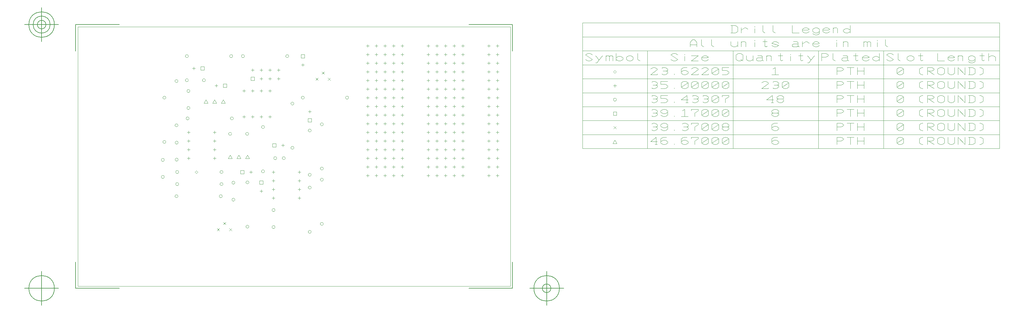
<source format=gbr>
G04 Generated by Ultiboard 12.0 *
%FSLAX25Y25*%
%MOIN*%

%ADD10C,0.00001*%
%ADD11C,0.00039*%
%ADD12C,0.00394*%
%ADD13C,0.00004*%
%ADD14C,0.00500*%


G04 ColorRGB 000000 for the following layer *
%LNDrill Symbols-Copper Top-Copper Bottom*%
%LPD*%
G54D10*
G54D11*
X335000Y126250D02*
X335000Y129750D01*
X333250Y128000D02*
X336750Y128000D01*
X345000Y126250D02*
X345000Y129750D01*
X343250Y128000D02*
X346750Y128000D01*
X355000Y126250D02*
X355000Y129750D01*
X353250Y128000D02*
X356750Y128000D01*
X365000Y126250D02*
X365000Y129750D01*
X363250Y128000D02*
X366750Y128000D01*
X375000Y126250D02*
X375000Y129750D01*
X373250Y128000D02*
X376750Y128000D01*
X405000Y126250D02*
X405000Y129750D01*
X403250Y128000D02*
X406750Y128000D01*
X415000Y126250D02*
X415000Y129750D01*
X413250Y128000D02*
X416750Y128000D01*
X425000Y126250D02*
X425000Y129750D01*
X423250Y128000D02*
X426750Y128000D01*
X435000Y126250D02*
X435000Y129750D01*
X433250Y128000D02*
X436750Y128000D01*
X445000Y126250D02*
X445000Y129750D01*
X443250Y128000D02*
X446750Y128000D01*
X475000Y126250D02*
X475000Y129750D01*
X473250Y128000D02*
X476750Y128000D01*
X485000Y126250D02*
X485000Y129750D01*
X483250Y128000D02*
X486750Y128000D01*
X335000Y136250D02*
X335000Y139750D01*
X333250Y138000D02*
X336750Y138000D01*
X345000Y136250D02*
X345000Y139750D01*
X343250Y138000D02*
X346750Y138000D01*
X355000Y136250D02*
X355000Y139750D01*
X353250Y138000D02*
X356750Y138000D01*
X365000Y136250D02*
X365000Y139750D01*
X363250Y138000D02*
X366750Y138000D01*
X375000Y136250D02*
X375000Y139750D01*
X373250Y138000D02*
X376750Y138000D01*
X405000Y136250D02*
X405000Y139750D01*
X403250Y138000D02*
X406750Y138000D01*
X415000Y136250D02*
X415000Y139750D01*
X413250Y138000D02*
X416750Y138000D01*
X425000Y136250D02*
X425000Y139750D01*
X423250Y138000D02*
X426750Y138000D01*
X435000Y136250D02*
X435000Y139750D01*
X433250Y138000D02*
X436750Y138000D01*
X445000Y136250D02*
X445000Y139750D01*
X443250Y138000D02*
X446750Y138000D01*
X475000Y136250D02*
X475000Y139750D01*
X473250Y138000D02*
X476750Y138000D01*
X485000Y136250D02*
X485000Y139750D01*
X483250Y138000D02*
X486750Y138000D01*
X335000Y146250D02*
X335000Y149750D01*
X333250Y148000D02*
X336750Y148000D01*
X345000Y146250D02*
X345000Y149750D01*
X343250Y148000D02*
X346750Y148000D01*
X355000Y146250D02*
X355000Y149750D01*
X353250Y148000D02*
X356750Y148000D01*
X365000Y146250D02*
X365000Y149750D01*
X363250Y148000D02*
X366750Y148000D01*
X375000Y146250D02*
X375000Y149750D01*
X373250Y148000D02*
X376750Y148000D01*
X405000Y146250D02*
X405000Y149750D01*
X403250Y148000D02*
X406750Y148000D01*
X415000Y146250D02*
X415000Y149750D01*
X413250Y148000D02*
X416750Y148000D01*
X425000Y146250D02*
X425000Y149750D01*
X423250Y148000D02*
X426750Y148000D01*
X435000Y146250D02*
X435000Y149750D01*
X433250Y148000D02*
X436750Y148000D01*
X445000Y146250D02*
X445000Y149750D01*
X443250Y148000D02*
X446750Y148000D01*
X475000Y146250D02*
X475000Y149750D01*
X473250Y148000D02*
X476750Y148000D01*
X485000Y146250D02*
X485000Y149750D01*
X483250Y148000D02*
X486750Y148000D01*
X335000Y156250D02*
X335000Y159750D01*
X333250Y158000D02*
X336750Y158000D01*
X345000Y156250D02*
X345000Y159750D01*
X343250Y158000D02*
X346750Y158000D01*
X355000Y156250D02*
X355000Y159750D01*
X353250Y158000D02*
X356750Y158000D01*
X365000Y156250D02*
X365000Y159750D01*
X363250Y158000D02*
X366750Y158000D01*
X375000Y156250D02*
X375000Y159750D01*
X373250Y158000D02*
X376750Y158000D01*
X405000Y156250D02*
X405000Y159750D01*
X403250Y158000D02*
X406750Y158000D01*
X415000Y156250D02*
X415000Y159750D01*
X413250Y158000D02*
X416750Y158000D01*
X425000Y156250D02*
X425000Y159750D01*
X423250Y158000D02*
X426750Y158000D01*
X435000Y156250D02*
X435000Y159750D01*
X433250Y158000D02*
X436750Y158000D01*
X445000Y156250D02*
X445000Y159750D01*
X443250Y158000D02*
X446750Y158000D01*
X475000Y156250D02*
X475000Y159750D01*
X473250Y158000D02*
X476750Y158000D01*
X485000Y156250D02*
X485000Y159750D01*
X483250Y158000D02*
X486750Y158000D01*
X335000Y166250D02*
X335000Y169750D01*
X333250Y168000D02*
X336750Y168000D01*
X345000Y166250D02*
X345000Y169750D01*
X343250Y168000D02*
X346750Y168000D01*
X355000Y166250D02*
X355000Y169750D01*
X353250Y168000D02*
X356750Y168000D01*
X365000Y166250D02*
X365000Y169750D01*
X363250Y168000D02*
X366750Y168000D01*
X375000Y166250D02*
X375000Y169750D01*
X373250Y168000D02*
X376750Y168000D01*
X405000Y166250D02*
X405000Y169750D01*
X403250Y168000D02*
X406750Y168000D01*
X415000Y166250D02*
X415000Y169750D01*
X413250Y168000D02*
X416750Y168000D01*
X425000Y166250D02*
X425000Y169750D01*
X423250Y168000D02*
X426750Y168000D01*
X435000Y166250D02*
X435000Y169750D01*
X433250Y168000D02*
X436750Y168000D01*
X445000Y166250D02*
X445000Y169750D01*
X443250Y168000D02*
X446750Y168000D01*
X475000Y166250D02*
X475000Y169750D01*
X473250Y168000D02*
X476750Y168000D01*
X485000Y166250D02*
X485000Y169750D01*
X483250Y168000D02*
X486750Y168000D01*
X335000Y176250D02*
X335000Y179750D01*
X333250Y178000D02*
X336750Y178000D01*
X345000Y176250D02*
X345000Y179750D01*
X343250Y178000D02*
X346750Y178000D01*
X355000Y176250D02*
X355000Y179750D01*
X353250Y178000D02*
X356750Y178000D01*
X365000Y176250D02*
X365000Y179750D01*
X363250Y178000D02*
X366750Y178000D01*
X375000Y176250D02*
X375000Y179750D01*
X373250Y178000D02*
X376750Y178000D01*
X405000Y176250D02*
X405000Y179750D01*
X403250Y178000D02*
X406750Y178000D01*
X415000Y176250D02*
X415000Y179750D01*
X413250Y178000D02*
X416750Y178000D01*
X425000Y176250D02*
X425000Y179750D01*
X423250Y178000D02*
X426750Y178000D01*
X435000Y176250D02*
X435000Y179750D01*
X433250Y178000D02*
X436750Y178000D01*
X445000Y176250D02*
X445000Y179750D01*
X443250Y178000D02*
X446750Y178000D01*
X475000Y176250D02*
X475000Y179750D01*
X473250Y178000D02*
X476750Y178000D01*
X485000Y176250D02*
X485000Y179750D01*
X483250Y178000D02*
X486750Y178000D01*
X335000Y186250D02*
X335000Y189750D01*
X333250Y188000D02*
X336750Y188000D01*
X345000Y186250D02*
X345000Y189750D01*
X343250Y188000D02*
X346750Y188000D01*
X355000Y186250D02*
X355000Y189750D01*
X353250Y188000D02*
X356750Y188000D01*
X365000Y186250D02*
X365000Y189750D01*
X363250Y188000D02*
X366750Y188000D01*
X375000Y186250D02*
X375000Y189750D01*
X373250Y188000D02*
X376750Y188000D01*
X405000Y186250D02*
X405000Y189750D01*
X403250Y188000D02*
X406750Y188000D01*
X415000Y186250D02*
X415000Y189750D01*
X413250Y188000D02*
X416750Y188000D01*
X425000Y186250D02*
X425000Y189750D01*
X423250Y188000D02*
X426750Y188000D01*
X435000Y186250D02*
X435000Y189750D01*
X433250Y188000D02*
X436750Y188000D01*
X445000Y186250D02*
X445000Y189750D01*
X443250Y188000D02*
X446750Y188000D01*
X475000Y186250D02*
X475000Y189750D01*
X473250Y188000D02*
X476750Y188000D01*
X485000Y186250D02*
X485000Y189750D01*
X483250Y188000D02*
X486750Y188000D01*
X335000Y196250D02*
X335000Y199750D01*
X333250Y198000D02*
X336750Y198000D01*
X345000Y196250D02*
X345000Y199750D01*
X343250Y198000D02*
X346750Y198000D01*
X355000Y196250D02*
X355000Y199750D01*
X353250Y198000D02*
X356750Y198000D01*
X365000Y196250D02*
X365000Y199750D01*
X363250Y198000D02*
X366750Y198000D01*
X375000Y196250D02*
X375000Y199750D01*
X373250Y198000D02*
X376750Y198000D01*
X405000Y196250D02*
X405000Y199750D01*
X403250Y198000D02*
X406750Y198000D01*
X415000Y196250D02*
X415000Y199750D01*
X413250Y198000D02*
X416750Y198000D01*
X425000Y196250D02*
X425000Y199750D01*
X423250Y198000D02*
X426750Y198000D01*
X435000Y196250D02*
X435000Y199750D01*
X433250Y198000D02*
X436750Y198000D01*
X445000Y196250D02*
X445000Y199750D01*
X443250Y198000D02*
X446750Y198000D01*
X475000Y196250D02*
X475000Y199750D01*
X473250Y198000D02*
X476750Y198000D01*
X485000Y196250D02*
X485000Y199750D01*
X483250Y198000D02*
X486750Y198000D01*
X335000Y206250D02*
X335000Y209750D01*
X333250Y208000D02*
X336750Y208000D01*
X345000Y206250D02*
X345000Y209750D01*
X343250Y208000D02*
X346750Y208000D01*
X355000Y206250D02*
X355000Y209750D01*
X353250Y208000D02*
X356750Y208000D01*
X365000Y206250D02*
X365000Y209750D01*
X363250Y208000D02*
X366750Y208000D01*
X375000Y206250D02*
X375000Y209750D01*
X373250Y208000D02*
X376750Y208000D01*
X405000Y206250D02*
X405000Y209750D01*
X403250Y208000D02*
X406750Y208000D01*
X415000Y206250D02*
X415000Y209750D01*
X413250Y208000D02*
X416750Y208000D01*
X425000Y206250D02*
X425000Y209750D01*
X423250Y208000D02*
X426750Y208000D01*
X435000Y206250D02*
X435000Y209750D01*
X433250Y208000D02*
X436750Y208000D01*
X445000Y206250D02*
X445000Y209750D01*
X443250Y208000D02*
X446750Y208000D01*
X475000Y206250D02*
X475000Y209750D01*
X473250Y208000D02*
X476750Y208000D01*
X485000Y206250D02*
X485000Y209750D01*
X483250Y208000D02*
X486750Y208000D01*
X335000Y216250D02*
X335000Y219750D01*
X333250Y218000D02*
X336750Y218000D01*
X345000Y216250D02*
X345000Y219750D01*
X343250Y218000D02*
X346750Y218000D01*
X355000Y216250D02*
X355000Y219750D01*
X353250Y218000D02*
X356750Y218000D01*
X365000Y216250D02*
X365000Y219750D01*
X363250Y218000D02*
X366750Y218000D01*
X375000Y216250D02*
X375000Y219750D01*
X373250Y218000D02*
X376750Y218000D01*
X405000Y216250D02*
X405000Y219750D01*
X403250Y218000D02*
X406750Y218000D01*
X415000Y216250D02*
X415000Y219750D01*
X413250Y218000D02*
X416750Y218000D01*
X425000Y216250D02*
X425000Y219750D01*
X423250Y218000D02*
X426750Y218000D01*
X435000Y216250D02*
X435000Y219750D01*
X433250Y218000D02*
X436750Y218000D01*
X445000Y216250D02*
X445000Y219750D01*
X443250Y218000D02*
X446750Y218000D01*
X475000Y216250D02*
X475000Y219750D01*
X473250Y218000D02*
X476750Y218000D01*
X485000Y216250D02*
X485000Y219750D01*
X483250Y218000D02*
X486750Y218000D01*
X335000Y226250D02*
X335000Y229750D01*
X333250Y228000D02*
X336750Y228000D01*
X345000Y226250D02*
X345000Y229750D01*
X343250Y228000D02*
X346750Y228000D01*
X355000Y226250D02*
X355000Y229750D01*
X353250Y228000D02*
X356750Y228000D01*
X365000Y226250D02*
X365000Y229750D01*
X363250Y228000D02*
X366750Y228000D01*
X375000Y226250D02*
X375000Y229750D01*
X373250Y228000D02*
X376750Y228000D01*
X405000Y226250D02*
X405000Y229750D01*
X403250Y228000D02*
X406750Y228000D01*
X415000Y226250D02*
X415000Y229750D01*
X413250Y228000D02*
X416750Y228000D01*
X425000Y226250D02*
X425000Y229750D01*
X423250Y228000D02*
X426750Y228000D01*
X435000Y226250D02*
X435000Y229750D01*
X433250Y228000D02*
X436750Y228000D01*
X445000Y226250D02*
X445000Y229750D01*
X443250Y228000D02*
X446750Y228000D01*
X475000Y226250D02*
X475000Y229750D01*
X473250Y228000D02*
X476750Y228000D01*
X485000Y226250D02*
X485000Y229750D01*
X483250Y228000D02*
X486750Y228000D01*
X335000Y236250D02*
X335000Y239750D01*
X333250Y238000D02*
X336750Y238000D01*
X345000Y236250D02*
X345000Y239750D01*
X343250Y238000D02*
X346750Y238000D01*
X355000Y236250D02*
X355000Y239750D01*
X353250Y238000D02*
X356750Y238000D01*
X365000Y236250D02*
X365000Y239750D01*
X363250Y238000D02*
X366750Y238000D01*
X375000Y236250D02*
X375000Y239750D01*
X373250Y238000D02*
X376750Y238000D01*
X405000Y236250D02*
X405000Y239750D01*
X403250Y238000D02*
X406750Y238000D01*
X415000Y236250D02*
X415000Y239750D01*
X413250Y238000D02*
X416750Y238000D01*
X425000Y236250D02*
X425000Y239750D01*
X423250Y238000D02*
X426750Y238000D01*
X435000Y236250D02*
X435000Y239750D01*
X433250Y238000D02*
X436750Y238000D01*
X445000Y236250D02*
X445000Y239750D01*
X443250Y238000D02*
X446750Y238000D01*
X475000Y236250D02*
X475000Y239750D01*
X473250Y238000D02*
X476750Y238000D01*
X485000Y236250D02*
X485000Y239750D01*
X483250Y238000D02*
X486750Y238000D01*
X335000Y246250D02*
X335000Y249750D01*
X333250Y248000D02*
X336750Y248000D01*
X345000Y246250D02*
X345000Y249750D01*
X343250Y248000D02*
X346750Y248000D01*
X355000Y246250D02*
X355000Y249750D01*
X353250Y248000D02*
X356750Y248000D01*
X365000Y246250D02*
X365000Y249750D01*
X363250Y248000D02*
X366750Y248000D01*
X375000Y246250D02*
X375000Y249750D01*
X373250Y248000D02*
X376750Y248000D01*
X405000Y246250D02*
X405000Y249750D01*
X403250Y248000D02*
X406750Y248000D01*
X415000Y246250D02*
X415000Y249750D01*
X413250Y248000D02*
X416750Y248000D01*
X425000Y246250D02*
X425000Y249750D01*
X423250Y248000D02*
X426750Y248000D01*
X435000Y246250D02*
X435000Y249750D01*
X433250Y248000D02*
X436750Y248000D01*
X445000Y246250D02*
X445000Y249750D01*
X443250Y248000D02*
X446750Y248000D01*
X475000Y246250D02*
X475000Y249750D01*
X473250Y248000D02*
X476750Y248000D01*
X485000Y246250D02*
X485000Y249750D01*
X483250Y248000D02*
X486750Y248000D01*
X335000Y256250D02*
X335000Y259750D01*
X333250Y258000D02*
X336750Y258000D01*
X345000Y256250D02*
X345000Y259750D01*
X343250Y258000D02*
X346750Y258000D01*
X355000Y256250D02*
X355000Y259750D01*
X353250Y258000D02*
X356750Y258000D01*
X365000Y256250D02*
X365000Y259750D01*
X363250Y258000D02*
X366750Y258000D01*
X375000Y256250D02*
X375000Y259750D01*
X373250Y258000D02*
X376750Y258000D01*
X405000Y256250D02*
X405000Y259750D01*
X403250Y258000D02*
X406750Y258000D01*
X415000Y256250D02*
X415000Y259750D01*
X413250Y258000D02*
X416750Y258000D01*
X425000Y256250D02*
X425000Y259750D01*
X423250Y258000D02*
X426750Y258000D01*
X435000Y256250D02*
X435000Y259750D01*
X433250Y258000D02*
X436750Y258000D01*
X445000Y256250D02*
X445000Y259750D01*
X443250Y258000D02*
X446750Y258000D01*
X475000Y256250D02*
X475000Y259750D01*
X473250Y258000D02*
X476750Y258000D01*
X485000Y256250D02*
X485000Y259750D01*
X483250Y258000D02*
X486750Y258000D01*
X335000Y266250D02*
X335000Y269750D01*
X333250Y268000D02*
X336750Y268000D01*
X345000Y266250D02*
X345000Y269750D01*
X343250Y268000D02*
X346750Y268000D01*
X355000Y266250D02*
X355000Y269750D01*
X353250Y268000D02*
X356750Y268000D01*
X365000Y266250D02*
X365000Y269750D01*
X363250Y268000D02*
X366750Y268000D01*
X375000Y266250D02*
X375000Y269750D01*
X373250Y268000D02*
X376750Y268000D01*
X405000Y266250D02*
X405000Y269750D01*
X403250Y268000D02*
X406750Y268000D01*
X415000Y266250D02*
X415000Y269750D01*
X413250Y268000D02*
X416750Y268000D01*
X425000Y266250D02*
X425000Y269750D01*
X423250Y268000D02*
X426750Y268000D01*
X435000Y266250D02*
X435000Y269750D01*
X433250Y268000D02*
X436750Y268000D01*
X445000Y266250D02*
X445000Y269750D01*
X443250Y268000D02*
X446750Y268000D01*
X475000Y266250D02*
X475000Y269750D01*
X473250Y268000D02*
X476750Y268000D01*
X485000Y266250D02*
X485000Y269750D01*
X483250Y268000D02*
X486750Y268000D01*
X335000Y276250D02*
X335000Y279750D01*
X333250Y278000D02*
X336750Y278000D01*
X345000Y276250D02*
X345000Y279750D01*
X343250Y278000D02*
X346750Y278000D01*
X355000Y276250D02*
X355000Y279750D01*
X353250Y278000D02*
X356750Y278000D01*
X365000Y276250D02*
X365000Y279750D01*
X363250Y278000D02*
X366750Y278000D01*
X375000Y276250D02*
X375000Y279750D01*
X373250Y278000D02*
X376750Y278000D01*
X405000Y276250D02*
X405000Y279750D01*
X403250Y278000D02*
X406750Y278000D01*
X415000Y276250D02*
X415000Y279750D01*
X413250Y278000D02*
X416750Y278000D01*
X425000Y276250D02*
X425000Y279750D01*
X423250Y278000D02*
X426750Y278000D01*
X435000Y276250D02*
X435000Y279750D01*
X433250Y278000D02*
X436750Y278000D01*
X445000Y276250D02*
X445000Y279750D01*
X443250Y278000D02*
X446750Y278000D01*
X475000Y276250D02*
X475000Y279750D01*
X473250Y278000D02*
X476750Y278000D01*
X485000Y276250D02*
X485000Y279750D01*
X483250Y278000D02*
X486750Y278000D01*
X266228Y62819D02*
G75*
D01*
G02X266228Y62819I1772J0*
G01*
X266228Y114000D02*
G75*
D01*
G02X266228Y114000I1772J0*
G01*
X194228Y68819D02*
G75*
D01*
G02X194228Y68819I1772J0*
G01*
X194228Y120000D02*
G75*
D01*
G02X194228Y120000I1772J0*
G01*
X224425Y68315D02*
G75*
D01*
G02X224425Y68315I1772J0*
G01*
X224425Y88000D02*
G75*
D01*
G02X224425Y88000I1772J0*
G01*
X280228Y123181D02*
G75*
D01*
G02X280228Y123181I1772J0*
G01*
X280228Y72000D02*
G75*
D01*
G02X280228Y72000I1772J0*
G01*
X224250Y102000D02*
X227750Y102000D01*
X226000Y100250D02*
X226000Y103750D01*
X224250Y132000D02*
X227750Y132000D01*
X226000Y130250D02*
X226000Y133750D01*
X224250Y112000D02*
X227750Y112000D01*
X226000Y110250D02*
X226000Y113750D01*
X224250Y122000D02*
X227750Y122000D01*
X226000Y120250D02*
X226000Y123750D01*
X254250Y112000D02*
X257750Y112000D01*
X256000Y110250D02*
X256000Y113750D01*
X254250Y132000D02*
X257750Y132000D01*
X256000Y130250D02*
X256000Y133750D01*
X254250Y122000D02*
X257750Y122000D01*
X256000Y120250D02*
X256000Y123750D01*
X254250Y102000D02*
X257750Y102000D01*
X256000Y100250D02*
X256000Y103750D01*
X178032Y119685D02*
G75*
D01*
G02X178032Y119685I1771J0*
G01*
X178032Y100000D02*
G75*
D01*
G02X178032Y100000I1771J0*
G01*
X163409Y104000D02*
G75*
D01*
G02X163409Y104000I1772J0*
G01*
X112228Y104000D02*
G75*
D01*
G02X112228Y104000I1772J0*
G01*
X210042Y118042D02*
X213958Y118042D01*
X213958Y121959D01*
X210042Y121959D01*
X210042Y118042D01*
X212000Y108250D02*
X212000Y111750D01*
X210250Y110000D02*
X213750Y110000D01*
X113047Y118000D02*
G75*
D01*
G02X113047Y118000I1772J0*
G01*
X164228Y118000D02*
G75*
D01*
G02X164228Y118000I1772J0*
G01*
X96425Y126315D02*
G75*
D01*
G02X96425Y126315I1772J0*
G01*
X96425Y146000D02*
G75*
D01*
G02X96425Y146000I1772J0*
G01*
X188041Y130042D02*
X191958Y130042D01*
X191958Y133959D01*
X188041Y133959D01*
X188041Y130042D01*
X200000Y130250D02*
X200000Y133750D01*
X198250Y132000D02*
X201750Y132000D01*
X113047Y132000D02*
G75*
D01*
G02X113047Y132000I1772J0*
G01*
X164228Y132000D02*
G75*
D01*
G02X164228Y132000I1772J0*
G01*
X137000Y130330D02*
X138670Y132000D01*
X137000Y133670D01*
X135330Y132000D01*
X137000Y130330D01*
X212228Y132819D02*
G75*
D01*
G02X212228Y132819I1772J0*
G01*
X212228Y184000D02*
G75*
D01*
G02X212228Y184000I1772J0*
G01*
X266228Y128819D02*
G75*
D01*
G02X266228Y128819I1772J0*
G01*
X266228Y180000D02*
G75*
D01*
G02X266228Y180000I1772J0*
G01*
X280228Y187181D02*
G75*
D01*
G02X280228Y187181I1772J0*
G01*
X280228Y136000D02*
G75*
D01*
G02X280228Y136000I1772J0*
G01*
X112425Y146315D02*
G75*
D01*
G02X112425Y146315I1772J0*
G01*
X112425Y166000D02*
G75*
D01*
G02X112425Y166000I1772J0*
G01*
X126250Y148000D02*
X129750Y148000D01*
X128000Y146250D02*
X128000Y149750D01*
X126250Y178000D02*
X129750Y178000D01*
X128000Y176250D02*
X128000Y179750D01*
X126250Y158000D02*
X129750Y158000D01*
X128000Y156250D02*
X128000Y159750D01*
X126250Y168000D02*
X129750Y168000D01*
X128000Y166250D02*
X128000Y169750D01*
X156250Y158000D02*
X159750Y158000D01*
X158000Y156250D02*
X158000Y159750D01*
X156250Y178000D02*
X159750Y178000D01*
X158000Y176250D02*
X158000Y179750D01*
X156250Y168000D02*
X159750Y168000D01*
X158000Y166250D02*
X158000Y169750D01*
X156250Y148000D02*
X159750Y148000D01*
X158000Y146250D02*
X158000Y149750D01*
X226386Y148000D02*
G75*
D01*
G02X226386Y148000I1771J0*
G01*
X236228Y148000D02*
G75*
D01*
G02X236228Y148000I1772J0*
G01*
X225041Y161042D02*
X228958Y161042D01*
X228958Y164959D01*
X225041Y164959D01*
X225041Y161042D01*
X237000Y161250D02*
X237000Y164750D01*
X235250Y163000D02*
X238750Y163000D01*
X246228Y211181D02*
G75*
D01*
G02X246228Y211181I1772J0*
G01*
X246228Y160000D02*
G75*
D01*
G02X246228Y160000I1772J0*
G01*
X98228Y166819D02*
G75*
D01*
G02X98228Y166819I1772J0*
G01*
X98228Y218000D02*
G75*
D01*
G02X98228Y218000I1772J0*
G01*
X193913Y176197D02*
G75*
D01*
G02X193913Y176197I1772J0*
G01*
X174228Y176197D02*
G75*
D01*
G02X174228Y176197I1772J0*
G01*
X112228Y237181D02*
G75*
D01*
G02X112228Y237181I1772J0*
G01*
X112228Y186000D02*
G75*
D01*
G02X112228Y186000I1772J0*
G01*
X125047Y194000D02*
G75*
D01*
G02X125047Y194000I1772J0*
G01*
X176228Y194000D02*
G75*
D01*
G02X176228Y194000I1772J0*
G01*
X192000Y224250D02*
X192000Y227750D01*
X190250Y226000D02*
X193750Y226000D01*
X222000Y224250D02*
X222000Y227750D01*
X220250Y226000D02*
X223750Y226000D01*
X202000Y224250D02*
X202000Y227750D01*
X200250Y226000D02*
X203750Y226000D01*
X212000Y224250D02*
X212000Y227750D01*
X210250Y226000D02*
X213750Y226000D01*
X202000Y194250D02*
X202000Y197750D01*
X200250Y196000D02*
X203750Y196000D01*
X222000Y194250D02*
X222000Y197750D01*
X220250Y196000D02*
X223750Y196000D01*
X212000Y194250D02*
X212000Y197750D01*
X210250Y196000D02*
X213750Y196000D01*
X192000Y194250D02*
X192000Y197750D01*
X190250Y196000D02*
X193750Y196000D01*
X266042Y190041D02*
X269959Y190041D01*
X269959Y193958D01*
X266042Y193958D01*
X266042Y190041D01*
X268000Y200250D02*
X268000Y203750D01*
X266250Y202000D02*
X269750Y202000D01*
X126032Y225685D02*
G75*
D01*
G02X126032Y225685I1771J0*
G01*
X126032Y206000D02*
G75*
D01*
G02X126032Y206000I1771J0*
G01*
X309409Y218000D02*
G75*
D01*
G02X309409Y218000I1772J0*
G01*
X258228Y218000D02*
G75*
D01*
G02X258228Y218000I1772J0*
G01*
X168042Y230042D02*
X171959Y230042D01*
X171959Y233958D01*
X168042Y233958D01*
X168042Y230042D01*
X160000Y230250D02*
X160000Y233750D01*
X158250Y232000D02*
X161750Y232000D01*
X143913Y238197D02*
G75*
D01*
G02X143913Y238197I1772J0*
G01*
X124228Y238197D02*
G75*
D01*
G02X124228Y238197I1772J0*
G01*
X202000Y248250D02*
X202000Y251750D01*
X200250Y250000D02*
X203750Y250000D01*
X200042Y238042D02*
X203959Y238042D01*
X203959Y241958D01*
X200042Y241958D01*
X200042Y238042D01*
X212000Y238250D02*
X212000Y241750D01*
X210250Y240000D02*
X213750Y240000D01*
X222000Y238250D02*
X222000Y241750D01*
X220250Y240000D02*
X223750Y240000D01*
X232000Y238250D02*
X232000Y241750D01*
X230250Y240000D02*
X233750Y240000D01*
X232000Y248250D02*
X232000Y251750D01*
X230250Y250000D02*
X233750Y250000D01*
X212000Y248250D02*
X212000Y251750D01*
X210250Y250000D02*
X213750Y250000D01*
X222000Y248250D02*
X222000Y251750D01*
X220250Y250000D02*
X223750Y250000D01*
X142042Y250042D02*
X145959Y250042D01*
X145959Y253958D01*
X142042Y253958D01*
X142042Y250042D01*
X134000Y250250D02*
X134000Y253750D01*
X132250Y252000D02*
X135750Y252000D01*
X258042Y264042D02*
X261958Y264042D01*
X261958Y267959D01*
X258042Y267959D01*
X258042Y264042D01*
X260000Y254250D02*
X260000Y257750D01*
X258250Y256000D02*
X261750Y256000D01*
X175409Y266000D02*
G75*
D01*
G02X175409Y266000I1772J0*
G01*
X124228Y266000D02*
G75*
D01*
G02X124228Y266000I1772J0*
G01*
X189047Y266000D02*
G75*
D01*
G02X189047Y266000I1772J0*
G01*
X240228Y266000D02*
G75*
D01*
G02X240228Y266000I1772J0*
G01*
X618849Y197589D02*
X622766Y197589D01*
X622766Y201506D01*
X618849Y201506D01*
X618849Y197589D01*
X619035Y215689D02*
G75*
D01*
G02X619035Y215689I1772J0*
G01*
X620807Y230081D02*
X620807Y233581D01*
X619057Y231831D02*
X622557Y231831D01*
X620807Y246302D02*
X622477Y247972D01*
X620807Y249643D01*
X619137Y247972D01*
X620807Y246302D01*
G54D12*
X168073Y71144D02*
X170856Y73927D01*
X168073Y73927D02*
X170856Y71144D01*
X161001Y64073D02*
X163785Y66856D01*
X161001Y66856D02*
X163785Y64073D01*
X175144Y64073D02*
X177927Y66856D01*
X175144Y66856D02*
X177927Y64073D01*
X173667Y147667D02*
X178334Y147667D01*
X176000Y151650D01*
X173667Y147667D01*
X193667Y147667D02*
X198334Y147667D01*
X196000Y151650D01*
X193667Y147667D01*
X183667Y147667D02*
X188334Y147667D01*
X186000Y151650D01*
X183667Y147667D01*
X165667Y211667D02*
X170334Y211667D01*
X168000Y215650D01*
X165667Y211667D01*
X155667Y211667D02*
X160334Y211667D01*
X158000Y215650D01*
X155667Y211667D01*
X145667Y211667D02*
X150334Y211667D01*
X148000Y215650D01*
X145667Y211667D01*
X282073Y247927D02*
X284856Y245144D01*
X282073Y245144D02*
X284856Y247927D01*
X275001Y240856D02*
X277785Y238073D01*
X275001Y238073D02*
X277785Y240856D01*
X289144Y240856D02*
X291927Y238073D01*
X289144Y238073D02*
X291927Y240856D01*
X583209Y159193D02*
X1065492Y159193D01*
X1065492Y304469D01*
X583209Y304469D01*
X583209Y159193D01*
X618474Y164930D02*
X623141Y164930D01*
X620807Y168914D01*
X618474Y164930D01*
X658406Y272185D02*
X658406Y159193D01*
X669757Y167264D02*
X661883Y167264D01*
X668445Y172326D01*
X668445Y163889D01*
X667133Y163889D02*
X669757Y163889D01*
X680256Y172326D02*
X676319Y172326D01*
X673694Y170638D01*
X673694Y167264D01*
X673694Y165576D01*
X676319Y163889D01*
X678944Y163889D01*
X681568Y165576D01*
X681568Y167264D01*
X678944Y168951D01*
X676319Y168951D01*
X673694Y167264D01*
X689442Y163889D02*
X689442Y164733D01*
X703878Y172326D02*
X699941Y172326D01*
X697316Y170638D01*
X697316Y167264D01*
X697316Y165576D01*
X699941Y163889D01*
X702566Y163889D01*
X705190Y165576D01*
X705190Y167264D01*
X702566Y168951D01*
X699941Y168951D01*
X697316Y167264D01*
X713064Y163889D02*
X713064Y168107D01*
X717001Y170638D01*
X717001Y172326D01*
X709127Y172326D01*
X709127Y170638D01*
X720938Y170638D02*
X723563Y172326D01*
X726188Y172326D01*
X728812Y170638D01*
X728812Y165576D01*
X726188Y163889D01*
X723563Y163889D01*
X720938Y165576D01*
X720938Y170638D01*
X728812Y170638D02*
X720938Y165576D01*
X732749Y170638D02*
X735374Y172326D01*
X737999Y172326D01*
X740623Y170638D01*
X740623Y165576D01*
X737999Y163889D01*
X735374Y163889D01*
X732749Y165576D01*
X732749Y170638D01*
X740623Y170638D02*
X732749Y165576D01*
X744560Y170638D02*
X747185Y172326D01*
X749810Y172326D01*
X752434Y170638D01*
X752434Y165576D01*
X749810Y163889D01*
X747185Y163889D01*
X744560Y165576D01*
X744560Y170638D01*
X752434Y170638D02*
X744560Y165576D01*
X757224Y272185D02*
X757224Y159193D01*
X808602Y172326D02*
X804665Y172326D01*
X802041Y170638D01*
X802041Y167264D01*
X802041Y165576D01*
X804665Y163889D01*
X807290Y163889D01*
X809915Y165576D01*
X809915Y167264D01*
X807290Y168951D01*
X804665Y168951D01*
X802041Y167264D01*
X856043Y272185D02*
X856043Y159193D01*
X877238Y163889D02*
X877238Y172326D01*
X882487Y172326D01*
X885112Y170638D01*
X885112Y169795D01*
X882487Y168107D01*
X877238Y168107D01*
X892986Y163889D02*
X892986Y172326D01*
X889049Y172326D02*
X896923Y172326D01*
X900860Y163889D02*
X900860Y172326D01*
X908734Y163889D02*
X908734Y172326D01*
X900860Y168107D02*
X908734Y168107D01*
X931240Y272185D02*
X931240Y159193D01*
X946529Y170638D02*
X949154Y172326D01*
X951778Y172326D01*
X954403Y170638D01*
X954403Y165576D01*
X951778Y163889D01*
X949154Y163889D01*
X946529Y165576D01*
X946529Y170638D01*
X954403Y170638D02*
X946529Y165576D01*
X976713Y163889D02*
X975400Y163889D01*
X972776Y165576D01*
X972776Y170638D01*
X975400Y172326D01*
X976713Y172326D01*
X981962Y163889D02*
X981962Y172326D01*
X987211Y172326D01*
X989836Y170638D01*
X989836Y169795D01*
X987211Y168107D01*
X981962Y168107D01*
X983274Y168107D02*
X989836Y163889D01*
X993773Y165576D02*
X996398Y163889D01*
X999022Y163889D01*
X1001647Y165576D01*
X1001647Y170638D01*
X999022Y172326D01*
X996398Y172326D01*
X993773Y170638D01*
X993773Y165576D01*
X1005584Y172326D02*
X1005584Y165576D01*
X1008209Y163889D01*
X1010833Y163889D01*
X1013458Y165576D01*
X1013458Y172326D01*
X1017395Y163889D02*
X1017395Y172326D01*
X1025269Y163889D01*
X1025269Y172326D01*
X1029206Y163889D02*
X1034455Y163889D01*
X1037080Y165576D01*
X1037080Y170638D01*
X1034455Y172326D01*
X1029206Y172326D01*
X1030518Y172326D02*
X1030518Y163889D01*
X1042329Y172326D02*
X1043642Y172326D01*
X1046266Y170638D01*
X1046266Y165576D01*
X1043642Y163889D01*
X1042329Y163889D01*
X1065492Y272185D02*
X1065492Y159193D01*
X583209Y175335D02*
X1065492Y175335D01*
X663196Y187624D02*
X664508Y188467D01*
X667133Y188467D01*
X669757Y186780D01*
X669757Y185093D01*
X668445Y184249D01*
X669757Y183406D01*
X669757Y181718D01*
X667133Y180031D01*
X664508Y180031D01*
X663196Y180875D01*
X664508Y184249D02*
X668445Y184249D01*
X673694Y181718D02*
X676319Y180031D01*
X678944Y180031D01*
X681568Y181718D01*
X681568Y185093D01*
X681568Y186780D01*
X678944Y188467D01*
X676319Y188467D01*
X673694Y186780D01*
X673694Y185093D01*
X676319Y183406D01*
X678944Y183406D01*
X681568Y185093D01*
X689442Y180031D02*
X689442Y180875D01*
X698629Y187624D02*
X699941Y188467D01*
X702566Y188467D01*
X705190Y186780D01*
X705190Y185093D01*
X703878Y184249D01*
X705190Y183406D01*
X705190Y181718D01*
X702566Y180031D01*
X699941Y180031D01*
X698629Y180875D01*
X699941Y184249D02*
X703878Y184249D01*
X713064Y180031D02*
X713064Y184249D01*
X717001Y186780D01*
X717001Y188467D01*
X709127Y188467D01*
X709127Y186780D01*
X720938Y186780D02*
X723563Y188467D01*
X726188Y188467D01*
X728812Y186780D01*
X728812Y181718D01*
X726188Y180031D01*
X723563Y180031D01*
X720938Y181718D01*
X720938Y186780D01*
X728812Y186780D02*
X720938Y181718D01*
X732749Y186780D02*
X735374Y188467D01*
X737999Y188467D01*
X740623Y186780D01*
X740623Y181718D01*
X737999Y180031D01*
X735374Y180031D01*
X732749Y181718D01*
X732749Y186780D01*
X740623Y186780D02*
X732749Y181718D01*
X749810Y180031D02*
X747185Y180031D01*
X744560Y181718D01*
X744560Y183406D01*
X745873Y184249D01*
X744560Y185093D01*
X744560Y186780D01*
X747185Y188467D01*
X749810Y188467D01*
X752434Y186780D01*
X752434Y185093D01*
X751122Y184249D01*
X752434Y183406D01*
X752434Y181718D01*
X749810Y180031D01*
X745873Y184249D02*
X751122Y184249D01*
X808602Y188467D02*
X804665Y188467D01*
X802041Y186780D01*
X802041Y183406D01*
X802041Y181718D01*
X804665Y180031D01*
X807290Y180031D01*
X809915Y181718D01*
X809915Y183406D01*
X807290Y185093D01*
X804665Y185093D01*
X802041Y183406D01*
X877238Y180031D02*
X877238Y188467D01*
X882487Y188467D01*
X885112Y186780D01*
X885112Y185936D01*
X882487Y184249D01*
X877238Y184249D01*
X892986Y180031D02*
X892986Y188467D01*
X889049Y188467D02*
X896923Y188467D01*
X900860Y180031D02*
X900860Y188467D01*
X908734Y180031D02*
X908734Y188467D01*
X900860Y184249D02*
X908734Y184249D01*
X946529Y186780D02*
X949154Y188467D01*
X951778Y188467D01*
X954403Y186780D01*
X954403Y181718D01*
X951778Y180031D01*
X949154Y180031D01*
X946529Y181718D01*
X946529Y186780D01*
X954403Y186780D02*
X946529Y181718D01*
X976713Y180031D02*
X975400Y180031D01*
X972776Y181718D01*
X972776Y186780D01*
X975400Y188467D01*
X976713Y188467D01*
X981962Y180031D02*
X981962Y188467D01*
X987211Y188467D01*
X989836Y186780D01*
X989836Y185936D01*
X987211Y184249D01*
X981962Y184249D01*
X983274Y184249D02*
X989836Y180031D01*
X993773Y181718D02*
X996398Y180031D01*
X999022Y180031D01*
X1001647Y181718D01*
X1001647Y186780D01*
X999022Y188467D01*
X996398Y188467D01*
X993773Y186780D01*
X993773Y181718D01*
X1005584Y188467D02*
X1005584Y181718D01*
X1008209Y180031D01*
X1010833Y180031D01*
X1013458Y181718D01*
X1013458Y188467D01*
X1017395Y180031D02*
X1017395Y188467D01*
X1025269Y180031D01*
X1025269Y188467D01*
X1029206Y180031D02*
X1034455Y180031D01*
X1037080Y181718D01*
X1037080Y186780D01*
X1034455Y188467D01*
X1029206Y188467D01*
X1030518Y188467D02*
X1030518Y180031D01*
X1042329Y188467D02*
X1043642Y188467D01*
X1046266Y186780D01*
X1046266Y181718D01*
X1043642Y180031D01*
X1042329Y180031D01*
X619415Y184797D02*
X622199Y182014D01*
X619415Y182014D02*
X622199Y184797D01*
X583209Y191476D02*
X1065492Y191476D01*
X663196Y203765D02*
X664508Y204609D01*
X667133Y204609D01*
X669757Y202922D01*
X669757Y201235D01*
X668445Y200391D01*
X669757Y199547D01*
X669757Y197860D01*
X667133Y196173D01*
X664508Y196173D01*
X663196Y197016D01*
X664508Y200391D02*
X668445Y200391D01*
X673694Y197860D02*
X676319Y196173D01*
X678944Y196173D01*
X681568Y197860D01*
X681568Y201235D01*
X681568Y202922D01*
X678944Y204609D01*
X676319Y204609D01*
X673694Y202922D01*
X673694Y201235D01*
X676319Y199547D01*
X678944Y199547D01*
X681568Y201235D01*
X689442Y196173D02*
X689442Y197016D01*
X698629Y202922D02*
X701253Y204609D01*
X701253Y196173D01*
X697316Y196173D02*
X705190Y196173D01*
X713064Y196173D02*
X713064Y200391D01*
X717001Y202922D01*
X717001Y204609D01*
X709127Y204609D01*
X709127Y202922D01*
X720938Y202922D02*
X723563Y204609D01*
X726188Y204609D01*
X728812Y202922D01*
X728812Y197860D01*
X726188Y196173D01*
X723563Y196173D01*
X720938Y197860D01*
X720938Y202922D01*
X728812Y202922D02*
X720938Y197860D01*
X732749Y202922D02*
X735374Y204609D01*
X737999Y204609D01*
X740623Y202922D01*
X740623Y197860D01*
X737999Y196173D01*
X735374Y196173D01*
X732749Y197860D01*
X732749Y202922D01*
X740623Y202922D02*
X732749Y197860D01*
X744560Y202922D02*
X747185Y204609D01*
X749810Y204609D01*
X752434Y202922D01*
X752434Y197860D01*
X749810Y196173D01*
X747185Y196173D01*
X744560Y197860D01*
X744560Y202922D01*
X752434Y202922D02*
X744560Y197860D01*
X807290Y196173D02*
X804665Y196173D01*
X802041Y197860D01*
X802041Y199547D01*
X803353Y200391D01*
X802041Y201235D01*
X802041Y202922D01*
X804665Y204609D01*
X807290Y204609D01*
X809915Y202922D01*
X809915Y201235D01*
X808602Y200391D01*
X809915Y199547D01*
X809915Y197860D01*
X807290Y196173D01*
X803353Y200391D02*
X808602Y200391D01*
X877238Y196173D02*
X877238Y204609D01*
X882487Y204609D01*
X885112Y202922D01*
X885112Y202078D01*
X882487Y200391D01*
X877238Y200391D01*
X892986Y196173D02*
X892986Y204609D01*
X889049Y204609D02*
X896923Y204609D01*
X900860Y196173D02*
X900860Y204609D01*
X908734Y196173D02*
X908734Y204609D01*
X900860Y200391D02*
X908734Y200391D01*
X946529Y202922D02*
X949154Y204609D01*
X951778Y204609D01*
X954403Y202922D01*
X954403Y197860D01*
X951778Y196173D01*
X949154Y196173D01*
X946529Y197860D01*
X946529Y202922D01*
X954403Y202922D02*
X946529Y197860D01*
X976713Y196173D02*
X975400Y196173D01*
X972776Y197860D01*
X972776Y202922D01*
X975400Y204609D01*
X976713Y204609D01*
X981962Y196173D02*
X981962Y204609D01*
X987211Y204609D01*
X989836Y202922D01*
X989836Y202078D01*
X987211Y200391D01*
X981962Y200391D01*
X983274Y200391D02*
X989836Y196173D01*
X993773Y197860D02*
X996398Y196173D01*
X999022Y196173D01*
X1001647Y197860D01*
X1001647Y202922D01*
X999022Y204609D01*
X996398Y204609D01*
X993773Y202922D01*
X993773Y197860D01*
X1005584Y204609D02*
X1005584Y197860D01*
X1008209Y196173D01*
X1010833Y196173D01*
X1013458Y197860D01*
X1013458Y204609D01*
X1017395Y196173D02*
X1017395Y204609D01*
X1025269Y196173D01*
X1025269Y204609D01*
X1029206Y196173D02*
X1034455Y196173D01*
X1037080Y197860D01*
X1037080Y202922D01*
X1034455Y204609D01*
X1029206Y204609D01*
X1030518Y204609D02*
X1030518Y196173D01*
X1042329Y204609D02*
X1043642Y204609D01*
X1046266Y202922D01*
X1046266Y197860D01*
X1043642Y196173D01*
X1042329Y196173D01*
X583209Y207618D02*
X1065492Y207618D01*
X663196Y219907D02*
X664508Y220751D01*
X667133Y220751D01*
X669757Y219064D01*
X669757Y217376D01*
X668445Y216533D01*
X669757Y215689D01*
X669757Y214002D01*
X667133Y212314D01*
X664508Y212314D01*
X663196Y213158D01*
X664508Y216533D02*
X668445Y216533D01*
X681568Y220751D02*
X673694Y220751D01*
X673694Y217376D01*
X678944Y217376D01*
X681568Y215689D01*
X681568Y214002D01*
X678944Y212314D01*
X673694Y212314D01*
X689442Y212314D02*
X689442Y213158D01*
X705190Y215689D02*
X697316Y215689D01*
X703878Y220751D01*
X703878Y212314D01*
X702566Y212314D02*
X705190Y212314D01*
X710440Y219907D02*
X711752Y220751D01*
X714377Y220751D01*
X717001Y219064D01*
X717001Y217376D01*
X715689Y216533D01*
X717001Y215689D01*
X717001Y214002D01*
X714377Y212314D01*
X711752Y212314D01*
X710440Y213158D01*
X711752Y216533D02*
X715689Y216533D01*
X722251Y219907D02*
X723563Y220751D01*
X726188Y220751D01*
X728812Y219064D01*
X728812Y217376D01*
X727500Y216533D01*
X728812Y215689D01*
X728812Y214002D01*
X726188Y212314D01*
X723563Y212314D01*
X722251Y213158D01*
X723563Y216533D02*
X727500Y216533D01*
X732749Y219064D02*
X735374Y220751D01*
X737999Y220751D01*
X740623Y219064D01*
X740623Y214002D01*
X737999Y212314D01*
X735374Y212314D01*
X732749Y214002D01*
X732749Y219064D01*
X740623Y219064D02*
X732749Y214002D01*
X748497Y212314D02*
X748497Y216533D01*
X752434Y219064D01*
X752434Y220751D01*
X744560Y220751D01*
X744560Y219064D01*
X804009Y215689D02*
X796135Y215689D01*
X802697Y220751D01*
X802697Y212314D01*
X801385Y212314D02*
X804009Y212314D01*
X813196Y212314D02*
X810571Y212314D01*
X807946Y214002D01*
X807946Y215689D01*
X809259Y216533D01*
X807946Y217376D01*
X807946Y219064D01*
X810571Y220751D01*
X813196Y220751D01*
X815820Y219064D01*
X815820Y217376D01*
X814508Y216533D01*
X815820Y215689D01*
X815820Y214002D01*
X813196Y212314D01*
X809259Y216533D02*
X814508Y216533D01*
X877238Y212314D02*
X877238Y220751D01*
X882487Y220751D01*
X885112Y219064D01*
X885112Y218220D01*
X882487Y216533D01*
X877238Y216533D01*
X892986Y212314D02*
X892986Y220751D01*
X889049Y220751D02*
X896923Y220751D01*
X900860Y212314D02*
X900860Y220751D01*
X908734Y212314D02*
X908734Y220751D01*
X900860Y216533D02*
X908734Y216533D01*
X946529Y219064D02*
X949154Y220751D01*
X951778Y220751D01*
X954403Y219064D01*
X954403Y214002D01*
X951778Y212314D01*
X949154Y212314D01*
X946529Y214002D01*
X946529Y219064D01*
X954403Y219064D02*
X946529Y214002D01*
X976713Y212314D02*
X975400Y212314D01*
X972776Y214002D01*
X972776Y219064D01*
X975400Y220751D01*
X976713Y220751D01*
X981962Y212314D02*
X981962Y220751D01*
X987211Y220751D01*
X989836Y219064D01*
X989836Y218220D01*
X987211Y216533D01*
X981962Y216533D01*
X983274Y216533D02*
X989836Y212314D01*
X993773Y214002D02*
X996398Y212314D01*
X999022Y212314D01*
X1001647Y214002D01*
X1001647Y219064D01*
X999022Y220751D01*
X996398Y220751D01*
X993773Y219064D01*
X993773Y214002D01*
X1005584Y220751D02*
X1005584Y214002D01*
X1008209Y212314D01*
X1010833Y212314D01*
X1013458Y214002D01*
X1013458Y220751D01*
X1017395Y212314D02*
X1017395Y220751D01*
X1025269Y212314D01*
X1025269Y220751D01*
X1029206Y212314D02*
X1034455Y212314D01*
X1037080Y214002D01*
X1037080Y219064D01*
X1034455Y220751D01*
X1029206Y220751D01*
X1030518Y220751D02*
X1030518Y212314D01*
X1042329Y220751D02*
X1043642Y220751D01*
X1046266Y219064D01*
X1046266Y214002D01*
X1043642Y212314D01*
X1042329Y212314D01*
X583209Y223760D02*
X1065492Y223760D01*
X663196Y236049D02*
X664508Y236893D01*
X667133Y236893D01*
X669757Y235205D01*
X669757Y233518D01*
X668445Y232674D01*
X669757Y231831D01*
X669757Y230143D01*
X667133Y228456D01*
X664508Y228456D01*
X663196Y229300D01*
X664508Y232674D02*
X668445Y232674D01*
X681568Y236893D02*
X673694Y236893D01*
X673694Y233518D01*
X678944Y233518D01*
X681568Y231831D01*
X681568Y230143D01*
X678944Y228456D01*
X673694Y228456D01*
X689442Y228456D02*
X689442Y229300D01*
X697316Y235205D02*
X699941Y236893D01*
X702566Y236893D01*
X705190Y235205D01*
X705190Y230143D01*
X702566Y228456D01*
X699941Y228456D01*
X697316Y230143D01*
X697316Y235205D01*
X705190Y235205D02*
X697316Y230143D01*
X709127Y235205D02*
X711752Y236893D01*
X714377Y236893D01*
X717001Y235205D01*
X717001Y230143D01*
X714377Y228456D01*
X711752Y228456D01*
X709127Y230143D01*
X709127Y235205D01*
X717001Y235205D02*
X709127Y230143D01*
X720938Y235205D02*
X723563Y236893D01*
X726188Y236893D01*
X728812Y235205D01*
X728812Y230143D01*
X726188Y228456D01*
X723563Y228456D01*
X720938Y230143D01*
X720938Y235205D01*
X728812Y235205D02*
X720938Y230143D01*
X732749Y235205D02*
X735374Y236893D01*
X737999Y236893D01*
X740623Y235205D01*
X740623Y230143D01*
X737999Y228456D01*
X735374Y228456D01*
X732749Y230143D01*
X732749Y235205D01*
X740623Y235205D02*
X732749Y230143D01*
X744560Y235205D02*
X747185Y236893D01*
X749810Y236893D01*
X752434Y235205D01*
X752434Y230143D01*
X749810Y228456D01*
X747185Y228456D01*
X744560Y230143D01*
X744560Y235205D01*
X752434Y235205D02*
X744560Y230143D01*
X790230Y235205D02*
X792854Y236893D01*
X795479Y236893D01*
X798104Y235205D01*
X798104Y234362D01*
X790230Y228456D01*
X798104Y228456D01*
X798104Y229300D01*
X803353Y236049D02*
X804665Y236893D01*
X807290Y236893D01*
X809915Y235205D01*
X809915Y233518D01*
X808602Y232674D01*
X809915Y231831D01*
X809915Y230143D01*
X807290Y228456D01*
X804665Y228456D01*
X803353Y229300D01*
X804665Y232674D02*
X808602Y232674D01*
X813852Y235205D02*
X816476Y236893D01*
X819101Y236893D01*
X821726Y235205D01*
X821726Y230143D01*
X819101Y228456D01*
X816476Y228456D01*
X813852Y230143D01*
X813852Y235205D01*
X821726Y235205D02*
X813852Y230143D01*
X877238Y228456D02*
X877238Y236893D01*
X882487Y236893D01*
X885112Y235205D01*
X885112Y234362D01*
X882487Y232674D01*
X877238Y232674D01*
X892986Y228456D02*
X892986Y236893D01*
X889049Y236893D02*
X896923Y236893D01*
X900860Y228456D02*
X900860Y236893D01*
X908734Y228456D02*
X908734Y236893D01*
X900860Y232674D02*
X908734Y232674D01*
X946529Y235205D02*
X949154Y236893D01*
X951778Y236893D01*
X954403Y235205D01*
X954403Y230143D01*
X951778Y228456D01*
X949154Y228456D01*
X946529Y230143D01*
X946529Y235205D01*
X954403Y235205D02*
X946529Y230143D01*
X976713Y228456D02*
X975400Y228456D01*
X972776Y230143D01*
X972776Y235205D01*
X975400Y236893D01*
X976713Y236893D01*
X981962Y228456D02*
X981962Y236893D01*
X987211Y236893D01*
X989836Y235205D01*
X989836Y234362D01*
X987211Y232674D01*
X981962Y232674D01*
X983274Y232674D02*
X989836Y228456D01*
X993773Y230143D02*
X996398Y228456D01*
X999022Y228456D01*
X1001647Y230143D01*
X1001647Y235205D01*
X999022Y236893D01*
X996398Y236893D01*
X993773Y235205D01*
X993773Y230143D01*
X1005584Y236893D02*
X1005584Y230143D01*
X1008209Y228456D01*
X1010833Y228456D01*
X1013458Y230143D01*
X1013458Y236893D01*
X1017395Y228456D02*
X1017395Y236893D01*
X1025269Y228456D01*
X1025269Y236893D01*
X1029206Y228456D02*
X1034455Y228456D01*
X1037080Y230143D01*
X1037080Y235205D01*
X1034455Y236893D01*
X1029206Y236893D01*
X1030518Y236893D02*
X1030518Y228456D01*
X1042329Y236893D02*
X1043642Y236893D01*
X1046266Y235205D01*
X1046266Y230143D01*
X1043642Y228456D01*
X1042329Y228456D01*
X583209Y239902D02*
X1065492Y239902D01*
X661883Y251347D02*
X664508Y253034D01*
X667133Y253034D01*
X669757Y251347D01*
X669757Y250503D01*
X661883Y244598D01*
X669757Y244598D01*
X669757Y245442D01*
X675007Y252191D02*
X676319Y253034D01*
X678944Y253034D01*
X681568Y251347D01*
X681568Y249660D01*
X680256Y248816D01*
X681568Y247972D01*
X681568Y246285D01*
X678944Y244598D01*
X676319Y244598D01*
X675007Y245442D01*
X676319Y248816D02*
X680256Y248816D01*
X689442Y244598D02*
X689442Y245442D01*
X703878Y253034D02*
X699941Y253034D01*
X697316Y251347D01*
X697316Y247972D01*
X697316Y246285D01*
X699941Y244598D01*
X702566Y244598D01*
X705190Y246285D01*
X705190Y247972D01*
X702566Y249660D01*
X699941Y249660D01*
X697316Y247972D01*
X709127Y251347D02*
X711752Y253034D01*
X714377Y253034D01*
X717001Y251347D01*
X717001Y250503D01*
X709127Y244598D01*
X717001Y244598D01*
X717001Y245442D01*
X720938Y251347D02*
X723563Y253034D01*
X726188Y253034D01*
X728812Y251347D01*
X728812Y250503D01*
X720938Y244598D01*
X728812Y244598D01*
X728812Y245442D01*
X732749Y251347D02*
X735374Y253034D01*
X737999Y253034D01*
X740623Y251347D01*
X740623Y246285D01*
X737999Y244598D01*
X735374Y244598D01*
X732749Y246285D01*
X732749Y251347D01*
X740623Y251347D02*
X732749Y246285D01*
X752434Y253034D02*
X744560Y253034D01*
X744560Y249660D01*
X749810Y249660D01*
X752434Y247972D01*
X752434Y246285D01*
X749810Y244598D01*
X744560Y244598D01*
X803353Y251347D02*
X805978Y253034D01*
X805978Y244598D01*
X802041Y244598D02*
X809915Y244598D01*
X877238Y244598D02*
X877238Y253034D01*
X882487Y253034D01*
X885112Y251347D01*
X885112Y250503D01*
X882487Y248816D01*
X877238Y248816D01*
X892986Y244598D02*
X892986Y253034D01*
X889049Y253034D02*
X896923Y253034D01*
X900860Y244598D02*
X900860Y253034D01*
X908734Y244598D02*
X908734Y253034D01*
X900860Y248816D02*
X908734Y248816D01*
X946529Y251347D02*
X949154Y253034D01*
X951778Y253034D01*
X954403Y251347D01*
X954403Y246285D01*
X951778Y244598D01*
X949154Y244598D01*
X946529Y246285D01*
X946529Y251347D01*
X954403Y251347D02*
X946529Y246285D01*
X976713Y244598D02*
X975400Y244598D01*
X972776Y246285D01*
X972776Y251347D01*
X975400Y253034D01*
X976713Y253034D01*
X981962Y244598D02*
X981962Y253034D01*
X987211Y253034D01*
X989836Y251347D01*
X989836Y250503D01*
X987211Y248816D01*
X981962Y248816D01*
X983274Y248816D02*
X989836Y244598D01*
X993773Y246285D02*
X996398Y244598D01*
X999022Y244598D01*
X1001647Y246285D01*
X1001647Y251347D01*
X999022Y253034D01*
X996398Y253034D01*
X993773Y251347D01*
X993773Y246285D01*
X1005584Y253034D02*
X1005584Y246285D01*
X1008209Y244598D01*
X1010833Y244598D01*
X1013458Y246285D01*
X1013458Y253034D01*
X1017395Y244598D02*
X1017395Y253034D01*
X1025269Y244598D01*
X1025269Y253034D01*
X1029206Y244598D02*
X1034455Y244598D01*
X1037080Y246285D01*
X1037080Y251347D01*
X1034455Y253034D01*
X1029206Y253034D01*
X1030518Y253034D02*
X1030518Y244598D01*
X1042329Y253034D02*
X1043642Y253034D01*
X1046266Y251347D01*
X1046266Y246285D01*
X1043642Y244598D01*
X1042329Y244598D01*
X586686Y262427D02*
X589311Y260740D01*
X591936Y260740D01*
X594560Y262427D01*
X586686Y267489D01*
X589311Y269176D01*
X591936Y269176D01*
X594560Y267489D01*
X598497Y258209D02*
X599810Y258209D01*
X606371Y266645D01*
X598497Y266645D02*
X602434Y261583D01*
X610308Y260740D02*
X610308Y265801D01*
X610308Y266645D01*
X610308Y265801D02*
X611621Y266645D01*
X612933Y266645D01*
X614245Y265801D01*
X615558Y266645D01*
X616870Y266645D01*
X618182Y265801D01*
X618182Y260740D01*
X614245Y265801D02*
X614245Y260740D01*
X622119Y262427D02*
X624744Y260740D01*
X627369Y260740D01*
X629993Y262427D01*
X629993Y264114D01*
X627369Y265801D01*
X624744Y265801D01*
X622119Y264114D01*
X622119Y269176D02*
X622119Y260740D01*
X633930Y262427D02*
X636555Y260740D01*
X639180Y260740D01*
X641804Y262427D01*
X641804Y264958D01*
X639180Y266645D01*
X636555Y266645D01*
X633930Y264958D01*
X633930Y262427D01*
X647054Y269176D02*
X647054Y262427D01*
X649678Y260740D01*
X583209Y256043D02*
X1065492Y256043D01*
X685505Y262427D02*
X688130Y260740D01*
X690755Y260740D01*
X693379Y262427D01*
X685505Y267489D01*
X688130Y269176D01*
X690755Y269176D01*
X693379Y267489D01*
X701253Y260740D02*
X701253Y265801D01*
X701253Y267489D02*
X701253Y268332D01*
X709127Y266645D02*
X717001Y266645D01*
X709127Y260740D01*
X717001Y260740D01*
X728812Y262427D02*
X726188Y260740D01*
X723563Y260740D01*
X720938Y262427D01*
X720938Y264958D01*
X723563Y266645D01*
X726188Y266645D01*
X728812Y264958D01*
X727500Y264114D01*
X720938Y264114D01*
X760702Y262427D02*
X763327Y260740D01*
X765951Y260740D01*
X768576Y262427D01*
X768576Y267489D01*
X765951Y269176D01*
X763327Y269176D01*
X760702Y267489D01*
X760702Y262427D01*
X765951Y262427D02*
X768576Y260740D01*
X772513Y266645D02*
X772513Y262427D01*
X775138Y260740D01*
X777762Y260740D01*
X780387Y262427D01*
X780387Y266645D01*
X780387Y262427D02*
X780387Y260740D01*
X785636Y266645D02*
X789573Y266645D01*
X790886Y265801D01*
X790886Y261583D01*
X789573Y260740D01*
X785636Y260740D01*
X784324Y261583D01*
X784324Y263271D01*
X785636Y264114D01*
X790886Y264114D01*
X790886Y261583D02*
X792198Y260740D01*
X796135Y260740D02*
X796135Y265801D01*
X796135Y266645D01*
X796135Y265801D02*
X797448Y266645D01*
X800072Y266645D01*
X801385Y265801D01*
X801385Y260740D01*
X814508Y261583D02*
X813196Y260740D01*
X811883Y261583D01*
X811883Y269176D01*
X809259Y266645D02*
X814508Y266645D01*
X823694Y260740D02*
X823694Y265801D01*
X823694Y267489D02*
X823694Y268332D01*
X838130Y261583D02*
X836818Y260740D01*
X835505Y261583D01*
X835505Y269176D01*
X832881Y266645D02*
X838130Y266645D01*
X843379Y258209D02*
X844692Y258209D01*
X851253Y266645D01*
X843379Y266645D02*
X847316Y261583D01*
X859521Y260740D02*
X859521Y269176D01*
X864770Y269176D01*
X867395Y267489D01*
X867395Y266645D01*
X864770Y264958D01*
X859521Y264958D01*
X872644Y269176D02*
X872644Y262427D01*
X875269Y260740D01*
X884455Y266645D02*
X888392Y266645D01*
X889705Y265801D01*
X889705Y261583D01*
X888392Y260740D01*
X884455Y260740D01*
X883143Y261583D01*
X883143Y263271D01*
X884455Y264114D01*
X889705Y264114D01*
X889705Y261583D02*
X891017Y260740D01*
X901516Y261583D02*
X900203Y260740D01*
X898891Y261583D01*
X898891Y269176D01*
X896266Y266645D02*
X901516Y266645D01*
X914639Y262427D02*
X912014Y260740D01*
X909390Y260740D01*
X906765Y262427D01*
X906765Y264958D01*
X909390Y266645D01*
X912014Y266645D01*
X914639Y264958D01*
X913327Y264114D01*
X906765Y264114D01*
X926450Y262427D02*
X923825Y260740D01*
X921201Y260740D01*
X918576Y262427D01*
X918576Y264114D01*
X921201Y265801D01*
X923825Y265801D01*
X926450Y264114D01*
X926450Y269176D02*
X926450Y260740D01*
X934718Y262427D02*
X937343Y260740D01*
X939967Y260740D01*
X942592Y262427D01*
X934718Y267489D01*
X937343Y269176D01*
X939967Y269176D01*
X942592Y267489D01*
X947841Y269176D02*
X947841Y262427D01*
X950466Y260740D01*
X958340Y262427D02*
X960965Y260740D01*
X963589Y260740D01*
X966214Y262427D01*
X966214Y264958D01*
X963589Y266645D01*
X960965Y266645D01*
X958340Y264958D01*
X958340Y262427D01*
X976713Y261583D02*
X975400Y260740D01*
X974088Y261583D01*
X974088Y269176D01*
X971463Y266645D02*
X976713Y266645D01*
X993773Y269176D02*
X993773Y260740D01*
X1001647Y260740D01*
X1013458Y262427D02*
X1010833Y260740D01*
X1008209Y260740D01*
X1005584Y262427D01*
X1005584Y264958D01*
X1008209Y266645D01*
X1010833Y266645D01*
X1013458Y264958D01*
X1012146Y264114D01*
X1005584Y264114D01*
X1017395Y260740D02*
X1017395Y265801D01*
X1017395Y266645D01*
X1017395Y265801D02*
X1018707Y266645D01*
X1021332Y266645D01*
X1022644Y265801D01*
X1022644Y260740D01*
X1029206Y259896D02*
X1031831Y258209D01*
X1034455Y258209D01*
X1037080Y259896D01*
X1037080Y262427D01*
X1037080Y264958D01*
X1034455Y266645D01*
X1031831Y266645D01*
X1029206Y264958D01*
X1029206Y262427D01*
X1031831Y260740D01*
X1034455Y260740D01*
X1037080Y262427D01*
X1047579Y261583D02*
X1046266Y260740D01*
X1044954Y261583D01*
X1044954Y269176D01*
X1042329Y266645D02*
X1047579Y266645D01*
X1052828Y264958D02*
X1055453Y266645D01*
X1058077Y266645D01*
X1060702Y264958D01*
X1060702Y260740D01*
X1052828Y269176D02*
X1052828Y260740D01*
X583209Y272185D02*
X1065492Y272185D01*
X707552Y276881D02*
X707552Y281943D01*
X710177Y285318D01*
X712802Y285318D01*
X715427Y281943D01*
X715427Y276881D01*
X707552Y279412D02*
X715427Y279412D01*
X720676Y285318D02*
X720676Y278569D01*
X723301Y276881D01*
X732487Y285318D02*
X732487Y278569D01*
X735112Y276881D01*
X754797Y282787D02*
X754797Y278569D01*
X757421Y276881D01*
X760046Y276881D01*
X762671Y278569D01*
X762671Y282787D01*
X762671Y278569D02*
X762671Y276881D01*
X766608Y276881D02*
X766608Y281943D01*
X766608Y282787D01*
X766608Y281943D02*
X767920Y282787D01*
X770545Y282787D01*
X771857Y281943D01*
X771857Y276881D01*
X782356Y276881D02*
X782356Y281943D01*
X782356Y283630D02*
X782356Y284474D01*
X796791Y277725D02*
X795479Y276881D01*
X794167Y277725D01*
X794167Y285318D01*
X791542Y282787D02*
X796791Y282787D01*
X802041Y278569D02*
X804665Y276881D01*
X807290Y276881D01*
X809915Y278569D01*
X802041Y281100D01*
X804665Y282787D01*
X807290Y282787D01*
X809915Y281100D01*
X826975Y282787D02*
X830912Y282787D01*
X832224Y281943D01*
X832224Y277725D01*
X830912Y276881D01*
X826975Y276881D01*
X825663Y277725D01*
X825663Y279412D01*
X826975Y280256D01*
X832224Y280256D01*
X832224Y277725D02*
X833537Y276881D01*
X837474Y280256D02*
X841411Y282787D01*
X842723Y282787D01*
X845348Y281100D01*
X837474Y276881D02*
X837474Y282787D01*
X857159Y278569D02*
X854534Y276881D01*
X851909Y276881D01*
X849285Y278569D01*
X849285Y281100D01*
X851909Y282787D01*
X854534Y282787D01*
X857159Y281100D01*
X855846Y280256D01*
X849285Y280256D01*
X876844Y276881D02*
X876844Y281943D01*
X876844Y283630D02*
X876844Y284474D01*
X884718Y276881D02*
X884718Y281943D01*
X884718Y282787D01*
X884718Y281943D02*
X886030Y282787D01*
X888655Y282787D01*
X889967Y281943D01*
X889967Y276881D01*
X908340Y276881D02*
X908340Y281943D01*
X908340Y282787D01*
X908340Y281943D02*
X909652Y282787D01*
X910965Y282787D01*
X912277Y281943D01*
X913589Y282787D01*
X914902Y282787D01*
X916214Y281943D01*
X916214Y276881D01*
X912277Y281943D02*
X912277Y276881D01*
X924088Y276881D02*
X924088Y281943D01*
X924088Y283630D02*
X924088Y284474D01*
X933274Y285318D02*
X933274Y278569D01*
X935899Y276881D01*
X583209Y288327D02*
X1065492Y288327D01*
X754797Y293023D02*
X760046Y293023D01*
X762671Y294710D01*
X762671Y299772D01*
X760046Y301460D01*
X754797Y301460D01*
X756109Y301460D02*
X756109Y293023D01*
X766608Y296398D02*
X770545Y298929D01*
X771857Y298929D01*
X774482Y297241D01*
X766608Y293023D02*
X766608Y298929D01*
X782356Y293023D02*
X782356Y298085D01*
X782356Y299772D02*
X782356Y300616D01*
X791542Y301460D02*
X791542Y294710D01*
X794167Y293023D01*
X803353Y301460D02*
X803353Y294710D01*
X805978Y293023D01*
X825663Y301460D02*
X825663Y293023D01*
X833537Y293023D01*
X845348Y294710D02*
X842723Y293023D01*
X840098Y293023D01*
X837474Y294710D01*
X837474Y297241D01*
X840098Y298929D01*
X842723Y298929D01*
X845348Y297241D01*
X844035Y296398D01*
X837474Y296398D01*
X849285Y292179D02*
X851909Y290492D01*
X854534Y290492D01*
X857159Y292179D01*
X857159Y294710D01*
X857159Y297241D01*
X854534Y298929D01*
X851909Y298929D01*
X849285Y297241D01*
X849285Y294710D01*
X851909Y293023D01*
X854534Y293023D01*
X857159Y294710D01*
X868970Y294710D02*
X866345Y293023D01*
X863720Y293023D01*
X861096Y294710D01*
X861096Y297241D01*
X863720Y298929D01*
X866345Y298929D01*
X868970Y297241D01*
X867657Y296398D01*
X861096Y296398D01*
X872907Y293023D02*
X872907Y298085D01*
X872907Y298929D01*
X872907Y298085D02*
X874219Y298929D01*
X876844Y298929D01*
X878156Y298085D01*
X878156Y293023D01*
X892592Y294710D02*
X889967Y293023D01*
X887343Y293023D01*
X884718Y294710D01*
X884718Y296398D01*
X887343Y298085D01*
X889967Y298085D01*
X892592Y296398D01*
X892592Y301460D02*
X892592Y293023D01*
G54D13*
X0Y0D02*
X500000Y0D01*
X500000Y300000D01*
X0Y300000D01*
X0Y0D01*
G54D14*
X-2500Y-2500D02*
X-2500Y28000D01*
X-2500Y-2500D02*
X48000Y-2500D01*
X502500Y-2500D02*
X452000Y-2500D01*
X502500Y-2500D02*
X502500Y28000D01*
X502500Y302500D02*
X502500Y272000D01*
X502500Y302500D02*
X452000Y302500D01*
X-2500Y302500D02*
X48000Y302500D01*
X-2500Y302500D02*
X-2500Y272000D01*
X-22185Y-2500D02*
X-61555Y-2500D01*
X-41870Y-22185D02*
X-41870Y17185D01*
X-56634Y-2500D02*
G75*
D01*
G02X-56634Y-2500I14764J0*
G01*
X522185Y-2500D02*
X561555Y-2500D01*
X541870Y-22185D02*
X541870Y17185D01*
X527106Y-2500D02*
G75*
D01*
G02X527106Y-2500I14764J0*
G01*
X536949Y-2500D02*
G75*
D01*
G02X536949Y-2500I4921J0*
G01*
X-22185Y302500D02*
X-61555Y302500D01*
X-41870Y282815D02*
X-41870Y322185D01*
X-56634Y302500D02*
G75*
D01*
G02X-56634Y302500I14764J0*
G01*
X-51713Y302500D02*
G75*
D01*
G02X-51713Y302500I9843J0*
G01*
X-46791Y302500D02*
G75*
D01*
G02X-46791Y302500I4921J0*
G01*

M00*

</source>
